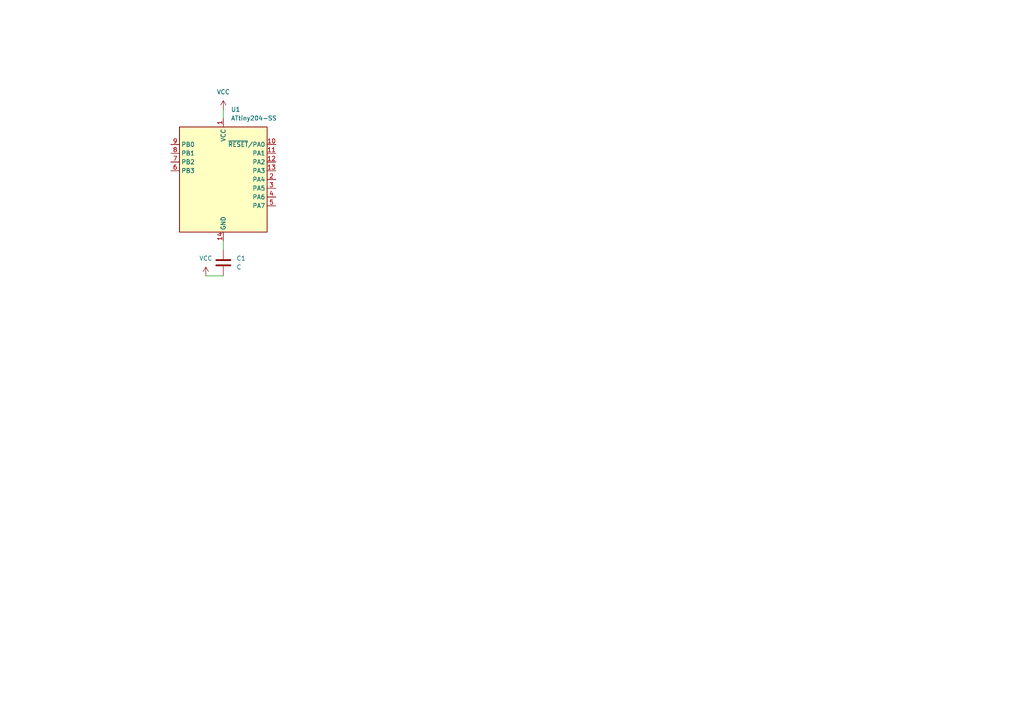
<source format=kicad_sch>
(kicad_sch (version 20231120) (generator "eeschema") (generator_version "8.0")
  (paper "A4")
  (lib_symbols
    (symbol "Device:C" (pin_numbers hide) (pin_names (offset 0.254))
      (property "Reference" "C" (at 0.635 2.54 0))
      (property "Value" "C" (at 0.635 -2.54 0))
      (symbol "C_0_1"
        (polyline (pts (xy -2.032 -0.762) (xy 2.032 -0.762)) (stroke (width 0.508)))
        (polyline (pts (xy -2.032 0.762) (xy 2.032 0.762)) (stroke (width 0.508)))
      )
      (symbol "C_1_1"
        (pin passive line (at 0 3.81 270) (length 2.794) (name "~") (number "1"))
        (pin passive line (at 0 -3.81 90) (length 2.794) (name "~") (number "2"))
      )
    )
    (symbol "MCU_Microchip_ATtiny:ATtiny204-SS"
      (property "Reference" "U" (at -12.7 16.51 0))
      (property "Value" "ATtiny204-SS" (at 2.54 -16.51 0))
      (symbol "ATtiny204-SS_0_1"
        (rectangle (start -12.7 -15.24) (end 12.7 15.24) (stroke (width 0.254)) (fill (type background)))
      )
      (symbol "ATtiny204-SS_1_1"
        (pin power_in line (at 0 17.78 270) (length 2.54) (name "VCC") (number "1"))
        (pin bidirectional line (at 15.24 10.16 180) (length 2.54) (name "~{RESET}/PA0") (number "10"))
        (pin bidirectional line (at 15.24 7.62 180) (length 2.54) (name "PA1") (number "11"))
        (pin bidirectional line (at 15.24 5.08 180) (length 2.54) (name "PA2") (number "12"))
        (pin bidirectional line (at 15.24 2.54 180) (length 2.54) (name "PA3") (number "13"))
        (pin power_in line (at 0 -17.78 90) (length 2.54) (name "GND") (number "14"))
        (pin bidirectional line (at 15.24 0 180) (length 2.54) (name "PA4") (number "2"))
        (pin bidirectional line (at 15.24 -2.54 180) (length 2.54) (name "PA5") (number "3"))
        (pin bidirectional line (at 15.24 -5.08 180) (length 2.54) (name "PA6") (number "4"))
        (pin bidirectional line (at 15.24 -7.62 180) (length 2.54) (name "PA7") (number "5"))
        (pin bidirectional line (at -15.24 2.54 0) (length 2.54) (name "PB3") (number "6"))
        (pin bidirectional line (at -15.24 5.08 0) (length 2.54) (name "PB2") (number "7"))
        (pin bidirectional line (at -15.24 7.62 0) (length 2.54) (name "PB1") (number "8"))
        (pin bidirectional line (at -15.24 10.16 0) (length 2.54) (name "PB0") (number "9"))
      )
    )
    (symbol "power:VCC" (power) (pin_numbers hide) (pin_names (offset 0) hide)
      (property "Value" "VCC" (at 0 3.556 0))
      (symbol "VCC_0_1"
        (polyline (pts (xy -0.762 1.27) (xy 0 2.54)))
        (polyline (pts (xy 0 0) (xy 0 2.54)))
        (polyline (pts (xy 0 2.54) (xy 0.762 1.27)))
      )
      (symbol "VCC_1_1"
        (pin power_in line (at 0 0 90) (length 0) (name "~") (number "1"))
      )
    )
  )
  (wire (pts (xy 64.77 31.75) (xy 64.77 34.29)))
  (wire (pts (xy 59.69 80.01) (xy 64.77 80.01)))
  (wire (pts (xy 64.77 69.85) (xy 64.77 72.39)))
  (symbol (lib_id "Device:C") (at 64.77 76.2 0) (unit 1)
    (property "Reference" "C1" (at 68.58 74.93 0) (effects (justify left)))
    (property "Value" "C" (at 68.58 77.4699 0) (effects (justify left)))
    (property "Footprint" "Capacitor_THT:C_Disc_D5.0mm_W2.5mm_P5.00mm" (effects (hide yes)))
    (property "Description" "Unpolarized capacitor" (effects (hide yes)))
  )
  (symbol (lib_id "MCU_Microchip_ATtiny:ATtiny204-SS") (at 64.77 52.07 0) (unit 1)
    (property "Reference" "U1" (at 66.9641 31.75 0) (effects (justify left)))
    (property "Value" "ATtiny204-SS" (at 66.9641 34.29 0) (effects (justify left)))
    (property "Footprint" "BREAKOUT:DIP-16_SOIC_BREAKOUT" (effects (hide yes)))
    (property "Datasheet" "http://ww1.microchip.com/downloads/en/DeviceDoc/50002687A.pdf" (effects (hide yes)))
    (property "Description" "20MHz, 2kB Flash, 128B SRAM, 64B EEPROM, SOIC-14" (effects (hide yes)))
  )
  (symbol (lib_id "power:VCC") (at 64.77 31.75 0) (unit 1)
    (property "Reference" "#PWR02" (effects (hide yes)))
    (property "Value" "VCC" (at 64.77 26.67 0))
    (property "Description" "Power symbol creates a global label with name \"VCC\"" (effects (hide yes)))
  )
  (symbol (lib_id "power:VCC") (at 59.69 80.01 0) (unit 1)
    (property "Reference" "#PWR01" (effects (hide yes)))
    (property "Value" "VCC" (at 59.69 74.93 0))
    (property "Description" "Power symbol creates a global label with name \"VCC\"" (effects (hide yes)))
  )
)
</source>
